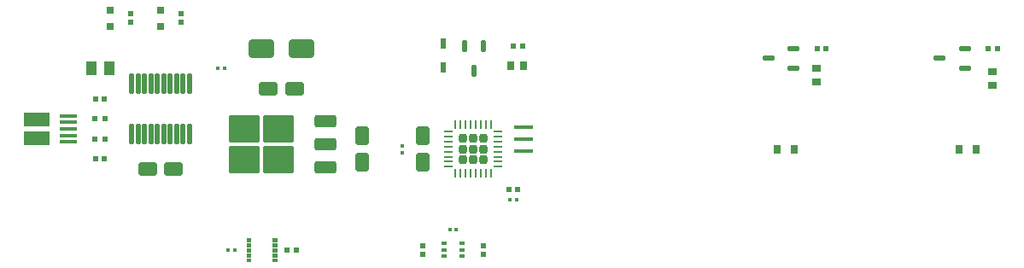
<source format=gbr>
%TF.GenerationSoftware,KiCad,Pcbnew,8.0.4*%
%TF.CreationDate,2024-11-13T20:23:26-08:00*%
%TF.ProjectId,Butterfly_v0,42757474-6572-4666-9c79-5f76302e6b69,rev?*%
%TF.SameCoordinates,Original*%
%TF.FileFunction,Paste,Top*%
%TF.FilePolarity,Positive*%
%FSLAX46Y46*%
G04 Gerber Fmt 4.6, Leading zero omitted, Abs format (unit mm)*
G04 Created by KiCad (PCBNEW 8.0.4) date 2024-11-13 20:23:26*
%MOMM*%
%LPD*%
G01*
G04 APERTURE LIST*
G04 Aperture macros list*
%AMRoundRect*
0 Rectangle with rounded corners*
0 $1 Rounding radius*
0 $2 $3 $4 $5 $6 $7 $8 $9 X,Y pos of 4 corners*
0 Add a 4 corners polygon primitive as box body*
4,1,4,$2,$3,$4,$5,$6,$7,$8,$9,$2,$3,0*
0 Add four circle primitives for the rounded corners*
1,1,$1+$1,$2,$3*
1,1,$1+$1,$4,$5*
1,1,$1+$1,$6,$7*
1,1,$1+$1,$8,$9*
0 Add four rect primitives between the rounded corners*
20,1,$1+$1,$2,$3,$4,$5,0*
20,1,$1+$1,$4,$5,$6,$7,0*
20,1,$1+$1,$6,$7,$8,$9,0*
20,1,$1+$1,$8,$9,$2,$3,0*%
G04 Aperture macros list end*
%ADD10C,0.010000*%
%ADD11R,0.475000X0.500000*%
%ADD12RoundRect,0.165000X-0.740000X-0.495000X0.740000X-0.495000X0.740000X0.495000X-0.740000X0.495000X0*%
%ADD13R,0.800000X0.800000*%
%ADD14R,0.762000X0.939800*%
%ADD15R,0.550000X0.300000*%
%ADD16R,0.540000X0.600000*%
%ADD17R,2.500000X1.425000*%
%ADD18R,1.750000X0.400000*%
%ADD19RoundRect,0.147500X-0.147500X0.457500X-0.147500X-0.457500X0.147500X-0.457500X0.147500X0.457500X0*%
%ADD20RoundRect,0.062500X0.062500X0.375000X-0.062500X0.375000X-0.062500X-0.375000X0.062500X-0.375000X0*%
%ADD21RoundRect,0.062500X0.375000X0.062500X-0.375000X0.062500X-0.375000X-0.062500X0.375000X-0.062500X0*%
%ADD22RoundRect,0.207500X0.207500X0.207500X-0.207500X0.207500X-0.207500X-0.207500X0.207500X-0.207500X0*%
%ADD23R,0.600000X0.540000*%
%ADD24R,0.900000X0.700000*%
%ADD25RoundRect,0.165000X-0.495000X0.740000X-0.495000X-0.740000X0.495000X-0.740000X0.495000X0.740000X0*%
%ADD26R,0.420000X0.460000*%
%ADD27RoundRect,0.147500X0.457500X0.147500X-0.457500X0.147500X-0.457500X-0.147500X0.457500X-0.147500X0*%
%ADD28R,0.460000X0.420000*%
%ADD29RoundRect,0.250000X-1.000000X-0.650000X1.000000X-0.650000X1.000000X0.650000X-1.000000X0.650000X0*%
%ADD30R,0.790000X0.930000*%
%ADD31R,0.500000X1.050000*%
%ADD32RoundRect,0.020500X-0.184500X0.964500X-0.184500X-0.964500X0.184500X-0.964500X0.184500X0.964500X0*%
%ADD33R,1.900000X0.400000*%
%ADD34R,1.140000X1.470000*%
%ADD35RoundRect,0.250000X0.850000X0.350000X-0.850000X0.350000X-0.850000X-0.350000X0.850000X-0.350000X0*%
%ADD36RoundRect,0.250000X1.275000X1.125000X-1.275000X1.125000X-1.275000X-1.125000X1.275000X-1.125000X0*%
%ADD37R,0.700000X0.900000*%
G04 APERTURE END LIST*
D10*
%TO.C,U3*%
X75477500Y-91157500D02*
X75072500Y-91157500D01*
X75072500Y-90842500D01*
X75477500Y-90842500D01*
X75477500Y-91157500D01*
G36*
X75477500Y-91157500D02*
G01*
X75072500Y-91157500D01*
X75072500Y-90842500D01*
X75477500Y-90842500D01*
X75477500Y-91157500D01*
G37*
X75477500Y-90657500D02*
X75072500Y-90657500D01*
X75072500Y-90342500D01*
X75477500Y-90342500D01*
X75477500Y-90657500D01*
G36*
X75477500Y-90657500D02*
G01*
X75072500Y-90657500D01*
X75072500Y-90342500D01*
X75477500Y-90342500D01*
X75477500Y-90657500D01*
G37*
X75477500Y-90157500D02*
X75072500Y-90157500D01*
X75072500Y-89842500D01*
X75477500Y-89842500D01*
X75477500Y-90157500D01*
G36*
X75477500Y-90157500D02*
G01*
X75072500Y-90157500D01*
X75072500Y-89842500D01*
X75477500Y-89842500D01*
X75477500Y-90157500D01*
G37*
X75477500Y-89657500D02*
X75072500Y-89657500D01*
X75072500Y-89342500D01*
X75477500Y-89342500D01*
X75477500Y-89657500D01*
G36*
X75477500Y-89657500D02*
G01*
X75072500Y-89657500D01*
X75072500Y-89342500D01*
X75477500Y-89342500D01*
X75477500Y-89657500D01*
G37*
X75477500Y-89157500D02*
X75072500Y-89157500D01*
X75072500Y-88842500D01*
X75477500Y-88842500D01*
X75477500Y-89157500D01*
G36*
X75477500Y-89157500D02*
G01*
X75072500Y-89157500D01*
X75072500Y-88842500D01*
X75477500Y-88842500D01*
X75477500Y-89157500D01*
G37*
X72927500Y-91157500D02*
X72522500Y-91157500D01*
X72522500Y-90842500D01*
X72927500Y-90842500D01*
X72927500Y-91157500D01*
G36*
X72927500Y-91157500D02*
G01*
X72522500Y-91157500D01*
X72522500Y-90842500D01*
X72927500Y-90842500D01*
X72927500Y-91157500D01*
G37*
X72927500Y-90657500D02*
X72522500Y-90657500D01*
X72522500Y-90342500D01*
X72927500Y-90342500D01*
X72927500Y-90657500D01*
G36*
X72927500Y-90657500D02*
G01*
X72522500Y-90657500D01*
X72522500Y-90342500D01*
X72927500Y-90342500D01*
X72927500Y-90657500D01*
G37*
X72927500Y-90157500D02*
X72522500Y-90157500D01*
X72522500Y-89842500D01*
X72927500Y-89842500D01*
X72927500Y-90157500D01*
G36*
X72927500Y-90157500D02*
G01*
X72522500Y-90157500D01*
X72522500Y-89842500D01*
X72927500Y-89842500D01*
X72927500Y-90157500D01*
G37*
X72927500Y-89657500D02*
X72522500Y-89657500D01*
X72522500Y-89342500D01*
X72927500Y-89342500D01*
X72927500Y-89657500D01*
G36*
X72927500Y-89657500D02*
G01*
X72522500Y-89657500D01*
X72522500Y-89342500D01*
X72927500Y-89342500D01*
X72927500Y-89657500D01*
G37*
X72927500Y-89157500D02*
X72522500Y-89157500D01*
X72522500Y-88842500D01*
X72927500Y-88842500D01*
X72927500Y-89157500D01*
G36*
X72927500Y-89157500D02*
G01*
X72522500Y-89157500D01*
X72522500Y-88842500D01*
X72927500Y-88842500D01*
X72927500Y-89157500D01*
G37*
%TD*%
D11*
%TO.C,R17*%
X58512000Y-77000000D03*
X57488000Y-77000000D03*
%TD*%
%TO.C,R18*%
X58512000Y-79000000D03*
X57488000Y-79000000D03*
%TD*%
D12*
%TO.C,C1*%
X74700000Y-74000000D03*
X77300000Y-74000000D03*
%TD*%
D13*
%TO.C,D4*%
X64000000Y-67800000D03*
X64000000Y-66200000D03*
%TD*%
D14*
%TO.C,R15*%
X125161800Y-80000000D03*
X126838200Y-80000000D03*
%TD*%
D13*
%TO.C,D3*%
X59000000Y-67800000D03*
X59000000Y-66200000D03*
%TD*%
D15*
%TO.C,U2*%
X93875000Y-89350000D03*
X93875000Y-90000000D03*
X93875000Y-90650000D03*
X92125000Y-90650000D03*
X92125000Y-90000000D03*
X92125000Y-89350000D03*
%TD*%
D16*
%TO.C,C8*%
X57568000Y-75000000D03*
X58432000Y-75000000D03*
%TD*%
D17*
%TO.C,J2*%
X51750000Y-78962500D03*
X51750000Y-77037500D03*
D18*
X54825000Y-79300000D03*
X54825000Y-78650000D03*
X54825000Y-78000000D03*
X54825000Y-77350000D03*
X54825000Y-76700000D03*
%TD*%
D19*
%TO.C,Q1*%
X95050000Y-72255000D03*
X94100000Y-69745000D03*
X96000000Y-69745000D03*
%TD*%
D20*
%TO.C,U1*%
X96750000Y-82437500D03*
X96250000Y-82437500D03*
X95750000Y-82437500D03*
X95250000Y-82437500D03*
X94750000Y-82437500D03*
X94250000Y-82437500D03*
X93750000Y-82437500D03*
X93250000Y-82437500D03*
D21*
X92562500Y-81750000D03*
X92562500Y-81250000D03*
X92562500Y-80750000D03*
X92562500Y-80250000D03*
X92562500Y-79750000D03*
X92562500Y-79250000D03*
X92562500Y-78750000D03*
X92562500Y-78250000D03*
D20*
X93250000Y-77562500D03*
X93750000Y-77562500D03*
X94250000Y-77562500D03*
X94750000Y-77562500D03*
X95250000Y-77562500D03*
X95750000Y-77562500D03*
X96250000Y-77562500D03*
X96750000Y-77562500D03*
D21*
X97437500Y-78250000D03*
X97437500Y-78750000D03*
X97437500Y-79250000D03*
X97437500Y-79750000D03*
X97437500Y-80250000D03*
X97437500Y-80750000D03*
X97437500Y-81250000D03*
X97437500Y-81750000D03*
D22*
X93970000Y-78970000D03*
X93970000Y-80000000D03*
X93970000Y-81030000D03*
X95000000Y-78970000D03*
X95000000Y-80000000D03*
X95000000Y-81030000D03*
X96030000Y-78970000D03*
X96030000Y-80000000D03*
X96030000Y-81030000D03*
%TD*%
D23*
%TO.C,R6*%
X66000000Y-66568000D03*
X66000000Y-67432000D03*
%TD*%
D24*
%TO.C,R9*%
X146500000Y-72350000D03*
X146500000Y-73650000D03*
%TD*%
D25*
%TO.C,C10*%
X90000000Y-78700000D03*
X90000000Y-81300000D03*
%TD*%
D12*
%TO.C,C7*%
X62700000Y-82000000D03*
X65300000Y-82000000D03*
%TD*%
D26*
%TO.C,C3*%
X88000000Y-80330000D03*
X88000000Y-79670000D03*
%TD*%
D27*
%TO.C,Q2*%
X124245000Y-71000000D03*
X126755000Y-70050000D03*
X126755000Y-71950000D03*
%TD*%
D28*
%TO.C,C5*%
X92670000Y-88000000D03*
X93330000Y-88000000D03*
%TD*%
%TO.C,C11*%
X69670000Y-72000000D03*
X70330000Y-72000000D03*
%TD*%
D29*
%TO.C,D1*%
X74000000Y-70000000D03*
X78000000Y-70000000D03*
%TD*%
D16*
%TO.C,R8*%
X129932000Y-70000000D03*
X129068000Y-70000000D03*
%TD*%
D30*
%TO.C,R14*%
X144820000Y-80000000D03*
X143180000Y-80000000D03*
%TD*%
D23*
%TO.C,R16*%
X61000000Y-66568000D03*
X61000000Y-67432000D03*
%TD*%
D27*
%TO.C,Q3*%
X143755000Y-71950000D03*
X143755000Y-70050000D03*
X141245000Y-71000000D03*
%TD*%
D31*
%TO.C,D2*%
X92000000Y-71930000D03*
X92000000Y-69560000D03*
%TD*%
D16*
%TO.C,R5*%
X99000000Y-69745000D03*
X99864000Y-69745000D03*
%TD*%
%TO.C,R1*%
X99432000Y-84000000D03*
X98568000Y-84000000D03*
%TD*%
D25*
%TO.C,C2*%
X84000000Y-78700000D03*
X84000000Y-81300000D03*
%TD*%
D16*
%TO.C,R11*%
X77432000Y-90000000D03*
X76568000Y-90000000D03*
%TD*%
D32*
%TO.C,U6*%
X66857500Y-73525000D03*
X66222500Y-73525000D03*
X65587500Y-73525000D03*
X64952500Y-73525000D03*
X64317500Y-73525000D03*
X63682500Y-73525000D03*
X63047500Y-73525000D03*
X62412500Y-73525000D03*
X61777500Y-73525000D03*
X61142500Y-73525000D03*
X61142500Y-78475000D03*
X61777500Y-78475000D03*
X62412500Y-78475000D03*
X63047500Y-78475000D03*
X63682500Y-78475000D03*
X64317500Y-78475000D03*
X64952500Y-78475000D03*
X65587500Y-78475000D03*
X66222500Y-78475000D03*
X66857500Y-78475000D03*
%TD*%
D16*
%TO.C,C9*%
X58432000Y-81000000D03*
X57568000Y-81000000D03*
%TD*%
D33*
%TO.C,Y1*%
X100000000Y-77800000D03*
X100000000Y-79000000D03*
X100000000Y-80200000D03*
%TD*%
D34*
%TO.C,FL1*%
X57110000Y-72000000D03*
X58890000Y-72000000D03*
%TD*%
D24*
%TO.C,R7*%
X129000000Y-72000000D03*
X129000000Y-73300000D03*
%TD*%
D23*
%TO.C,R2*%
X90000000Y-89568000D03*
X90000000Y-90432000D03*
%TD*%
D35*
%TO.C,U5*%
X80300000Y-81805000D03*
X80300000Y-79525000D03*
D36*
X75675000Y-81050000D03*
X75675000Y-78000000D03*
X72325000Y-81050000D03*
X72325000Y-78000000D03*
D35*
X80300000Y-77245000D03*
%TD*%
D28*
%TO.C,C4*%
X99330000Y-85000000D03*
X98670000Y-85000000D03*
%TD*%
D23*
%TO.C,R3*%
X96000000Y-89568000D03*
X96000000Y-90432000D03*
%TD*%
D16*
%TO.C,R10*%
X146932000Y-70000000D03*
X146068000Y-70000000D03*
%TD*%
D28*
%TO.C,C6*%
X70670000Y-90000000D03*
X71330000Y-90000000D03*
%TD*%
D37*
%TO.C,R4*%
X98700000Y-71745000D03*
X100000000Y-71745000D03*
%TD*%
M02*

</source>
